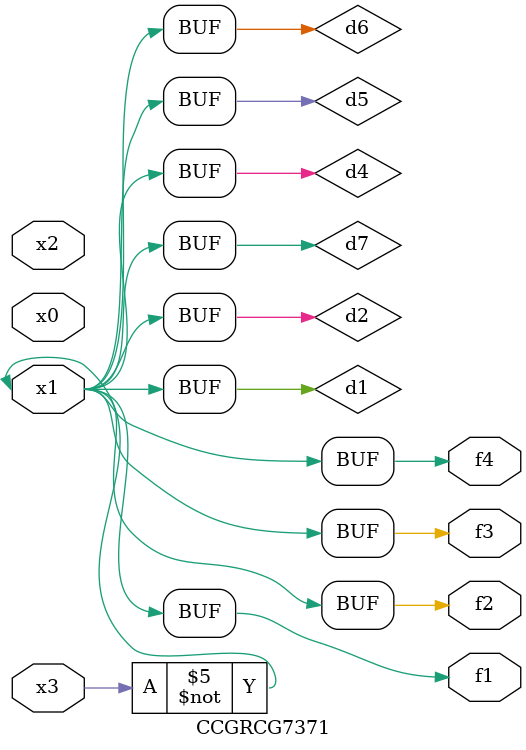
<source format=v>
module CCGRCG7371(
	input x0, x1, x2, x3,
	output f1, f2, f3, f4
);

	wire d1, d2, d3, d4, d5, d6, d7;

	not (d1, x3);
	buf (d2, x1);
	xnor (d3, d1, d2);
	nor (d4, d1);
	buf (d5, d1, d2);
	buf (d6, d4, d5);
	nand (d7, d4);
	assign f1 = d6;
	assign f2 = d7;
	assign f3 = d6;
	assign f4 = d6;
endmodule

</source>
